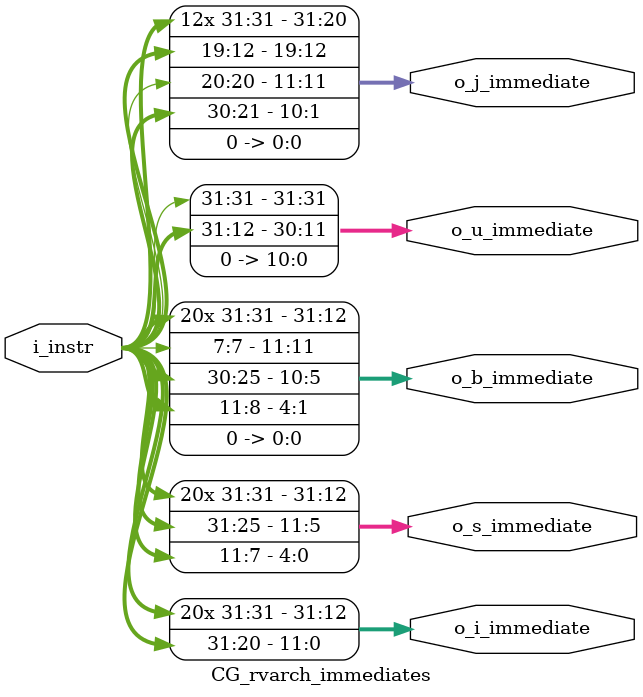
<source format=sv>
`default_nettype none
module CG_rvarch_immediates #(
  parameter INSTR_WIDTH = 32,
  parameter DATA_WIDTH  = 32
)(
  input  logic [INSTR_WIDTH-1:0]  i_instr,
  output logic [DATA_WIDTH-1:0]   o_i_immediate,
  output logic [DATA_WIDTH-1:0]   o_s_immediate,
  output logic [DATA_WIDTH-1:0]   o_b_immediate,
  output logic [DATA_WIDTH-1:0]   o_u_immediate,
  output logic [DATA_WIDTH-1:0]   o_j_immediate
);

  always_comb begin
    o_i_immediate = DATA_WIDTH'(signed'({i_instr[31], i_instr[30:25], i_instr[24:21], i_instr[20]}));
    o_s_immediate = DATA_WIDTH'(signed'({i_instr[31], i_instr[30:25], i_instr[11:8], i_instr[7]}));
    o_b_immediate = DATA_WIDTH'(signed'({i_instr[31], i_instr[7], i_instr[30:25], i_instr[11:8], 1'b0}));
    o_u_immediate = DATA_WIDTH'(signed'({i_instr[31], i_instr[30:20], i_instr[19:12], 11'b000_0000_0000}));
    o_j_immediate = DATA_WIDTH'(signed'({i_instr[31], i_instr[19:12], i_instr[20], i_instr[30:25], i_instr[24:21], 1'b0}));
  end

endmodule
`default_nettype wire

</source>
